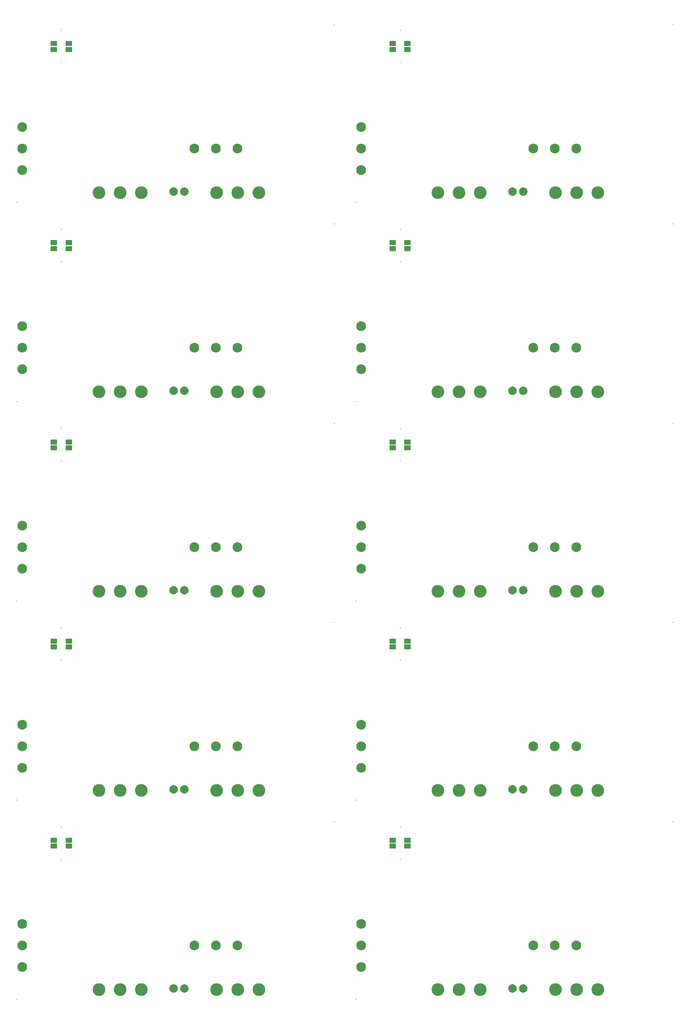
<source format=gbs>
G04*
G04 #@! TF.GenerationSoftware,Altium Limited,Altium Designer,19.1.8 (144)*
G04*
G04 Layer_Color=16711935*
%FSLAX43Y43*%
%MOMM*%
G71*
G01*
G75*
%ADD48C,2.302*%
%ADD49C,3.003*%
%ADD50C,2.003*%
%ADD51C,0.203*%
G04:AMPARAMS|DCode=52|XSize=1.602mm|YSize=1.102mm|CornerRadius=0.101mm|HoleSize=0mm|Usage=FLASHONLY|Rotation=0.000|XOffset=0mm|YOffset=0mm|HoleType=Round|Shape=RoundedRectangle|*
%AMROUNDEDRECTD52*
21,1,1.602,0.900,0,0,0.0*
21,1,1.400,1.102,0,0,0.0*
1,1,0.202,0.700,-0.450*
1,1,0.202,-0.700,-0.450*
1,1,0.202,-0.700,0.450*
1,1,0.202,0.700,0.450*
%
%ADD52ROUNDEDRECTD52*%
D48*
X54610Y15240D02*
D03*
X49530D02*
D03*
X44450D02*
D03*
X3810Y10160D02*
D03*
Y15240D02*
D03*
Y20320D02*
D03*
X134610Y15240D02*
D03*
X129530D02*
D03*
X124450D02*
D03*
X83810Y10160D02*
D03*
Y15240D02*
D03*
Y20320D02*
D03*
X54610Y62240D02*
D03*
X49530D02*
D03*
X44450D02*
D03*
X3810Y57160D02*
D03*
Y62240D02*
D03*
Y67320D02*
D03*
X134610Y62240D02*
D03*
X129530D02*
D03*
X124450D02*
D03*
X83810Y57160D02*
D03*
Y62240D02*
D03*
Y67320D02*
D03*
X54610Y109240D02*
D03*
X49530D02*
D03*
X44450D02*
D03*
X3810Y104160D02*
D03*
Y109240D02*
D03*
Y114320D02*
D03*
X134610Y109240D02*
D03*
X129530D02*
D03*
X124450D02*
D03*
X83810Y104160D02*
D03*
Y109240D02*
D03*
Y114320D02*
D03*
X54610Y156240D02*
D03*
X49530D02*
D03*
X44450D02*
D03*
X3810Y151160D02*
D03*
Y156240D02*
D03*
Y161320D02*
D03*
X134610Y156240D02*
D03*
X129530D02*
D03*
X124450D02*
D03*
X83810Y151160D02*
D03*
Y156240D02*
D03*
Y161320D02*
D03*
X54610Y203240D02*
D03*
X49530D02*
D03*
X44450D02*
D03*
X3810Y198160D02*
D03*
Y203240D02*
D03*
Y208320D02*
D03*
X134610Y203240D02*
D03*
X129530D02*
D03*
X124450D02*
D03*
X83810Y198160D02*
D03*
Y203240D02*
D03*
Y208320D02*
D03*
D49*
X31920Y4830D02*
D03*
X21920D02*
D03*
X26920D02*
D03*
X59700D02*
D03*
X49700D02*
D03*
X54700D02*
D03*
X111920D02*
D03*
X101920D02*
D03*
X106920D02*
D03*
X139700D02*
D03*
X129700D02*
D03*
X134700D02*
D03*
X31920Y51830D02*
D03*
X21920D02*
D03*
X26920D02*
D03*
X59700D02*
D03*
X49700D02*
D03*
X54700D02*
D03*
X111920D02*
D03*
X101920D02*
D03*
X106920D02*
D03*
X139700D02*
D03*
X129700D02*
D03*
X134700D02*
D03*
X31920Y98830D02*
D03*
X21920D02*
D03*
X26920D02*
D03*
X59700D02*
D03*
X49700D02*
D03*
X54700D02*
D03*
X111920D02*
D03*
X101920D02*
D03*
X106920D02*
D03*
X139700D02*
D03*
X129700D02*
D03*
X134700D02*
D03*
X31920Y145830D02*
D03*
X21920D02*
D03*
X26920D02*
D03*
X59700D02*
D03*
X49700D02*
D03*
X54700D02*
D03*
X111920D02*
D03*
X101920D02*
D03*
X106920D02*
D03*
X139700D02*
D03*
X129700D02*
D03*
X134700D02*
D03*
X31920Y192830D02*
D03*
X21920D02*
D03*
X26920D02*
D03*
X59700D02*
D03*
X49700D02*
D03*
X54700D02*
D03*
X111920D02*
D03*
X101920D02*
D03*
X106920D02*
D03*
X139700D02*
D03*
X129700D02*
D03*
X134700D02*
D03*
D50*
X39540Y5080D02*
D03*
X42080D02*
D03*
X119540D02*
D03*
X122080D02*
D03*
X39540Y52080D02*
D03*
X42080D02*
D03*
X119540D02*
D03*
X122080D02*
D03*
X39540Y99080D02*
D03*
X42080D02*
D03*
X119540D02*
D03*
X122080D02*
D03*
X39540Y146080D02*
D03*
X42080D02*
D03*
X119540D02*
D03*
X122080D02*
D03*
X39540Y193080D02*
D03*
X42080D02*
D03*
X119540D02*
D03*
X122080D02*
D03*
D51*
X2540Y2540D02*
D03*
X77470Y44450D02*
D03*
X13020Y35560D02*
D03*
Y43180D02*
D03*
X82540Y2540D02*
D03*
X157470Y44450D02*
D03*
X93020Y35560D02*
D03*
Y43180D02*
D03*
X2540Y49540D02*
D03*
X77470Y91450D02*
D03*
X13020Y82560D02*
D03*
Y90180D02*
D03*
X82540Y49540D02*
D03*
X157470Y91450D02*
D03*
X93020Y82560D02*
D03*
Y90180D02*
D03*
X2540Y96540D02*
D03*
X77470Y138450D02*
D03*
X13020Y129560D02*
D03*
Y137180D02*
D03*
X82540Y96540D02*
D03*
X157470Y138450D02*
D03*
X93020Y129560D02*
D03*
Y137180D02*
D03*
X2540Y143540D02*
D03*
X77470Y185450D02*
D03*
X13020Y176560D02*
D03*
Y184180D02*
D03*
X82540Y143540D02*
D03*
X157470Y185450D02*
D03*
X93020Y176560D02*
D03*
Y184180D02*
D03*
X2540Y190540D02*
D03*
X77470Y232450D02*
D03*
X13020Y223560D02*
D03*
Y231180D02*
D03*
X82540Y190540D02*
D03*
X157470Y232450D02*
D03*
X93020Y223560D02*
D03*
Y231180D02*
D03*
D52*
X11280Y40056D02*
D03*
X14780D02*
D03*
X11280Y38656D02*
D03*
X14780D02*
D03*
X91280Y40056D02*
D03*
X94780D02*
D03*
X91280Y38656D02*
D03*
X94780D02*
D03*
X11280Y87056D02*
D03*
X14780D02*
D03*
X11280Y85656D02*
D03*
X14780D02*
D03*
X91280Y87056D02*
D03*
X94780D02*
D03*
X91280Y85656D02*
D03*
X94780D02*
D03*
X11280Y134056D02*
D03*
X14780D02*
D03*
X11280Y132656D02*
D03*
X14780D02*
D03*
X91280Y134056D02*
D03*
X94780D02*
D03*
X91280Y132656D02*
D03*
X94780D02*
D03*
X11280Y181056D02*
D03*
X14780D02*
D03*
X11280Y179656D02*
D03*
X14780D02*
D03*
X91280Y181056D02*
D03*
X94780D02*
D03*
X91280Y179656D02*
D03*
X94780D02*
D03*
X11280Y228056D02*
D03*
X14780D02*
D03*
X11280Y226656D02*
D03*
X14780D02*
D03*
X91280Y228056D02*
D03*
X94780D02*
D03*
X91280Y226656D02*
D03*
X94780D02*
D03*
M02*

</source>
